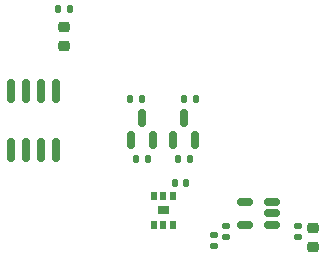
<source format=gbr>
%TF.GenerationSoftware,KiCad,Pcbnew,(6.0.0-0)*%
%TF.CreationDate,2022-03-07T01:14:35-05:00*%
%TF.ProjectId,air_quality,6169725f-7175-4616-9c69-74792e6b6963,rev?*%
%TF.SameCoordinates,Original*%
%TF.FileFunction,Paste,Top*%
%TF.FilePolarity,Positive*%
%FSLAX46Y46*%
G04 Gerber Fmt 4.6, Leading zero omitted, Abs format (unit mm)*
G04 Created by KiCad (PCBNEW (6.0.0-0)) date 2022-03-07 01:14:35*
%MOMM*%
%LPD*%
G01*
G04 APERTURE LIST*
G04 Aperture macros list*
%AMRoundRect*
0 Rectangle with rounded corners*
0 $1 Rounding radius*
0 $2 $3 $4 $5 $6 $7 $8 $9 X,Y pos of 4 corners*
0 Add a 4 corners polygon primitive as box body*
4,1,4,$2,$3,$4,$5,$6,$7,$8,$9,$2,$3,0*
0 Add four circle primitives for the rounded corners*
1,1,$1+$1,$2,$3*
1,1,$1+$1,$4,$5*
1,1,$1+$1,$6,$7*
1,1,$1+$1,$8,$9*
0 Add four rect primitives between the rounded corners*
20,1,$1+$1,$2,$3,$4,$5,0*
20,1,$1+$1,$4,$5,$6,$7,0*
20,1,$1+$1,$6,$7,$8,$9,0*
20,1,$1+$1,$8,$9,$2,$3,0*%
G04 Aperture macros list end*
%ADD10C,0.010000*%
%ADD11RoundRect,0.150000X0.512500X0.150000X-0.512500X0.150000X-0.512500X-0.150000X0.512500X-0.150000X0*%
%ADD12RoundRect,0.135000X0.135000X0.185000X-0.135000X0.185000X-0.135000X-0.185000X0.135000X-0.185000X0*%
%ADD13RoundRect,0.135000X-0.135000X-0.185000X0.135000X-0.185000X0.135000X0.185000X-0.135000X0.185000X0*%
%ADD14RoundRect,0.150000X0.150000X-0.587500X0.150000X0.587500X-0.150000X0.587500X-0.150000X-0.587500X0*%
%ADD15RoundRect,0.140000X-0.170000X0.140000X-0.170000X-0.140000X0.170000X-0.140000X0.170000X0.140000X0*%
%ADD16RoundRect,0.140000X-0.140000X-0.170000X0.140000X-0.170000X0.140000X0.170000X-0.140000X0.170000X0*%
%ADD17RoundRect,0.225000X-0.250000X0.225000X-0.250000X-0.225000X0.250000X-0.225000X0.250000X0.225000X0*%
%ADD18RoundRect,0.150000X0.150000X-0.825000X0.150000X0.825000X-0.150000X0.825000X-0.150000X-0.825000X0*%
%ADD19RoundRect,0.218750X-0.256250X0.218750X-0.256250X-0.218750X0.256250X-0.218750X0.256250X0.218750X0*%
G04 APERTURE END LIST*
D10*
%TO.C,U1*%
X107134000Y-79197000D02*
X107134000Y-79772000D01*
X107134000Y-79772000D02*
X106734000Y-79772000D01*
X106734000Y-79772000D02*
X106734000Y-79197000D01*
X106734000Y-79197000D02*
X107134000Y-79197000D01*
G36*
X107134000Y-79772000D02*
G01*
X106734000Y-79772000D01*
X106734000Y-79197000D01*
X107134000Y-79197000D01*
X107134000Y-79772000D01*
G37*
X107134000Y-79772000D02*
X106734000Y-79772000D01*
X106734000Y-79197000D01*
X107134000Y-79197000D01*
X107134000Y-79772000D01*
X107934000Y-81672000D02*
X107934000Y-82247000D01*
X107934000Y-82247000D02*
X107534000Y-82247000D01*
X107534000Y-82247000D02*
X107534000Y-81672000D01*
X107534000Y-81672000D02*
X107934000Y-81672000D01*
G36*
X107934000Y-82247000D02*
G01*
X107534000Y-82247000D01*
X107534000Y-81672000D01*
X107934000Y-81672000D01*
X107934000Y-82247000D01*
G37*
X107934000Y-82247000D02*
X107534000Y-82247000D01*
X107534000Y-81672000D01*
X107934000Y-81672000D01*
X107934000Y-82247000D01*
X106334000Y-81672000D02*
X106334000Y-82247000D01*
X106334000Y-82247000D02*
X105934000Y-82247000D01*
X105934000Y-82247000D02*
X105934000Y-81672000D01*
X105934000Y-81672000D02*
X106334000Y-81672000D01*
G36*
X106334000Y-82247000D02*
G01*
X105934000Y-82247000D01*
X105934000Y-81672000D01*
X106334000Y-81672000D01*
X106334000Y-82247000D01*
G37*
X106334000Y-82247000D02*
X105934000Y-82247000D01*
X105934000Y-81672000D01*
X106334000Y-81672000D01*
X106334000Y-82247000D01*
X107934000Y-79197000D02*
X107934000Y-79772000D01*
X107934000Y-79772000D02*
X107534000Y-79772000D01*
X107534000Y-79772000D02*
X107534000Y-79197000D01*
X107534000Y-79197000D02*
X107934000Y-79197000D01*
G36*
X107934000Y-79772000D02*
G01*
X107534000Y-79772000D01*
X107534000Y-79197000D01*
X107934000Y-79197000D01*
X107934000Y-79772000D01*
G37*
X107934000Y-79772000D02*
X107534000Y-79772000D01*
X107534000Y-79197000D01*
X107934000Y-79197000D01*
X107934000Y-79772000D01*
X106334000Y-79197000D02*
X106334000Y-79772000D01*
X106334000Y-79772000D02*
X105934000Y-79772000D01*
X105934000Y-79772000D02*
X105934000Y-79197000D01*
X105934000Y-79197000D02*
X106334000Y-79197000D01*
G36*
X106334000Y-79772000D02*
G01*
X105934000Y-79772000D01*
X105934000Y-79197000D01*
X106334000Y-79197000D01*
X106334000Y-79772000D01*
G37*
X106334000Y-79772000D02*
X105934000Y-79772000D01*
X105934000Y-79197000D01*
X106334000Y-79197000D01*
X106334000Y-79772000D01*
X107359000Y-80422000D02*
X107359000Y-81022000D01*
X107359000Y-81022000D02*
X106509000Y-81022000D01*
X106509000Y-81022000D02*
X106509000Y-80422000D01*
X106509000Y-80422000D02*
X107359000Y-80422000D01*
G36*
X107359000Y-81022000D02*
G01*
X106509000Y-81022000D01*
X106509000Y-80422000D01*
X107359000Y-80422000D01*
X107359000Y-81022000D01*
G37*
X107359000Y-81022000D02*
X106509000Y-81022000D01*
X106509000Y-80422000D01*
X107359000Y-80422000D01*
X107359000Y-81022000D01*
X107134000Y-81672000D02*
X107134000Y-82247000D01*
X107134000Y-82247000D02*
X106734000Y-82247000D01*
X106734000Y-82247000D02*
X106734000Y-81672000D01*
X106734000Y-81672000D02*
X107134000Y-81672000D01*
G36*
X107134000Y-82247000D02*
G01*
X106734000Y-82247000D01*
X106734000Y-81672000D01*
X107134000Y-81672000D01*
X107134000Y-82247000D01*
G37*
X107134000Y-82247000D02*
X106734000Y-82247000D01*
X106734000Y-81672000D01*
X107134000Y-81672000D01*
X107134000Y-82247000D01*
%TD*%
D11*
%TO.C,U2*%
X116199500Y-81976000D03*
X116199500Y-81026000D03*
X116199500Y-80076000D03*
X113924500Y-80076000D03*
X113924500Y-81976000D03*
%TD*%
D12*
%TO.C,R5*%
X109730000Y-71374000D03*
X108710000Y-71374000D03*
%TD*%
D13*
%TO.C,R4*%
X104138000Y-71374000D03*
X105158000Y-71374000D03*
%TD*%
%TO.C,R3*%
X108202000Y-76454000D03*
X109222000Y-76454000D03*
%TD*%
%TO.C,R2*%
X104646000Y-76454000D03*
X105666000Y-76454000D03*
%TD*%
D14*
%TO.C,Q2*%
X107762000Y-74851500D03*
X109662000Y-74851500D03*
X108712000Y-72976500D03*
%TD*%
%TO.C,Q1*%
X104206000Y-74851500D03*
X106106000Y-74851500D03*
X105156000Y-72976500D03*
%TD*%
D15*
%TO.C,C5*%
X112268000Y-83030000D03*
X112268000Y-82070000D03*
%TD*%
%TO.C,C4*%
X111252000Y-82832000D03*
X111252000Y-83792000D03*
%TD*%
%TO.C,C3*%
X118364000Y-82098000D03*
X118364000Y-83058000D03*
%TD*%
D16*
%TO.C,C2*%
X107978000Y-78486000D03*
X108938000Y-78486000D03*
%TD*%
D17*
%TO.C,C1*%
X119634000Y-82283000D03*
X119634000Y-83833000D03*
%TD*%
D12*
%TO.C,R1*%
X99062000Y-63754000D03*
X98042000Y-63754000D03*
%TD*%
D18*
%TO.C,U4*%
X94107000Y-75627000D03*
X95377000Y-75627000D03*
X96647000Y-75627000D03*
X97917000Y-75627000D03*
X97917000Y-70677000D03*
X96647000Y-70677000D03*
X95377000Y-70677000D03*
X94107000Y-70677000D03*
%TD*%
D19*
%TO.C,D1*%
X98552000Y-66827500D03*
X98552000Y-65252500D03*
%TD*%
M02*

</source>
